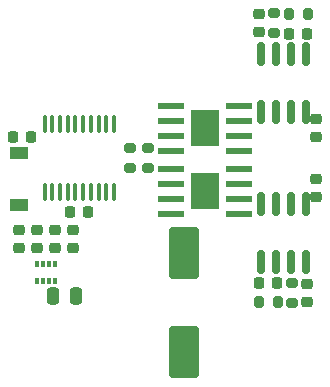
<source format=gbr>
%TF.GenerationSoftware,KiCad,Pcbnew,7.0.8*%
%TF.CreationDate,2024-06-01T15:01:03+09:00*%
%TF.ProjectId,BDCM_Driver_v1,4244434d-5f44-4726-9976-65725f76312e,rev?*%
%TF.SameCoordinates,PXaac6430PY8670810*%
%TF.FileFunction,Paste,Top*%
%TF.FilePolarity,Positive*%
%FSLAX46Y46*%
G04 Gerber Fmt 4.6, Leading zero omitted, Abs format (unit mm)*
G04 Created by KiCad (PCBNEW 7.0.8) date 2024-06-01 15:01:03*
%MOMM*%
%LPD*%
G01*
G04 APERTURE LIST*
G04 Aperture macros list*
%AMRoundRect*
0 Rectangle with rounded corners*
0 $1 Rounding radius*
0 $2 $3 $4 $5 $6 $7 $8 $9 X,Y pos of 4 corners*
0 Add a 4 corners polygon primitive as box body*
4,1,4,$2,$3,$4,$5,$6,$7,$8,$9,$2,$3,0*
0 Add four circle primitives for the rounded corners*
1,1,$1+$1,$2,$3*
1,1,$1+$1,$4,$5*
1,1,$1+$1,$6,$7*
1,1,$1+$1,$8,$9*
0 Add four rect primitives between the rounded corners*
20,1,$1+$1,$2,$3,$4,$5,0*
20,1,$1+$1,$4,$5,$6,$7,0*
20,1,$1+$1,$6,$7,$8,$9,0*
20,1,$1+$1,$8,$9,$2,$3,0*%
G04 Aperture macros list end*
%ADD10R,2.400000X3.100000*%
%ADD11R,2.200000X0.500000*%
%ADD12RoundRect,0.200000X0.275000X-0.200000X0.275000X0.200000X-0.275000X0.200000X-0.275000X-0.200000X0*%
%ADD13RoundRect,0.225000X-0.250000X0.225000X-0.250000X-0.225000X0.250000X-0.225000X0.250000X0.225000X0*%
%ADD14RoundRect,0.200000X0.200000X0.275000X-0.200000X0.275000X-0.200000X-0.275000X0.200000X-0.275000X0*%
%ADD15RoundRect,0.200000X-0.275000X0.200000X-0.275000X-0.200000X0.275000X-0.200000X0.275000X0.200000X0*%
%ADD16RoundRect,0.100000X0.100000X-0.637500X0.100000X0.637500X-0.100000X0.637500X-0.100000X-0.637500X0*%
%ADD17RoundRect,0.218750X0.256250X-0.218750X0.256250X0.218750X-0.256250X0.218750X-0.256250X-0.218750X0*%
%ADD18RoundRect,0.250000X-0.250000X-0.475000X0.250000X-0.475000X0.250000X0.475000X-0.250000X0.475000X0*%
%ADD19RoundRect,0.150000X-0.150000X0.825000X-0.150000X-0.825000X0.150000X-0.825000X0.150000X0.825000X0*%
%ADD20RoundRect,0.150000X0.150000X-0.825000X0.150000X0.825000X-0.150000X0.825000X-0.150000X-0.825000X0*%
%ADD21RoundRect,0.250000X1.000000X-1.950000X1.000000X1.950000X-1.000000X1.950000X-1.000000X-1.950000X0*%
%ADD22RoundRect,0.225000X0.250000X-0.225000X0.250000X0.225000X-0.250000X0.225000X-0.250000X-0.225000X0*%
%ADD23R,1.600000X1.050000*%
%ADD24RoundRect,0.225000X-0.225000X-0.250000X0.225000X-0.250000X0.225000X0.250000X-0.225000X0.250000X0*%
%ADD25R,0.304800X0.584200*%
%ADD26RoundRect,0.200000X-0.200000X-0.275000X0.200000X-0.275000X0.200000X0.275000X-0.200000X0.275000X0*%
%ADD27RoundRect,0.225000X0.225000X0.250000X-0.225000X0.250000X-0.225000X-0.250000X0.225000X-0.250000X0*%
G04 APERTURE END LIST*
D10*
%TO.C,U2*%
X-11938000Y21336000D03*
D11*
X-14813000Y23241000D03*
X-14813000Y21971000D03*
X-14813000Y20701000D03*
X-14813000Y19431000D03*
X-9063000Y19431000D03*
X-9063000Y20701000D03*
X-9063000Y21971000D03*
X-9063000Y23241000D03*
%TD*%
D10*
%TO.C,U5*%
X-11938000Y15997000D03*
D11*
X-14813000Y17902000D03*
X-14813000Y16632000D03*
X-14813000Y15362000D03*
X-14813000Y14092000D03*
X-9063000Y14092000D03*
X-9063000Y15362000D03*
X-9063000Y16632000D03*
X-9063000Y17902000D03*
%TD*%
D12*
%TO.C,R5*%
X-18288000Y17971000D03*
X-18288000Y19621000D03*
%TD*%
D13*
%TO.C,C6*%
X-2540000Y22111000D03*
X-2540000Y20561000D03*
%TD*%
D14*
%TO.C,R4*%
X-5779000Y6604000D03*
X-7429000Y6604000D03*
%TD*%
D15*
%TO.C,TH1*%
X-16764000Y19621000D03*
X-16764000Y17971000D03*
%TD*%
D16*
%TO.C,U1*%
X-25531000Y15933500D03*
X-24881000Y15933500D03*
X-24231000Y15933500D03*
X-23581000Y15933500D03*
X-22931000Y15933500D03*
X-22281000Y15933500D03*
X-21631000Y15933500D03*
X-20981000Y15933500D03*
X-20331000Y15933500D03*
X-19681000Y15933500D03*
X-19681000Y21658500D03*
X-20331000Y21658500D03*
X-20981000Y21658500D03*
X-21631000Y21658500D03*
X-22281000Y21658500D03*
X-22931000Y21658500D03*
X-23581000Y21658500D03*
X-24231000Y21658500D03*
X-24881000Y21658500D03*
X-25531000Y21658500D03*
%TD*%
D17*
%TO.C,D5*%
X-27686000Y11150500D03*
X-27686000Y12725500D03*
%TD*%
%TO.C,D2*%
X-23114000Y11150500D03*
X-23114000Y12725500D03*
%TD*%
D18*
%TO.C,C12*%
X-24826000Y7112000D03*
X-22926000Y7112000D03*
%TD*%
D19*
%TO.C,U6*%
X-3429000Y14921000D03*
X-4699000Y14921000D03*
X-5969000Y14921000D03*
X-7239000Y14921000D03*
X-7239000Y9971000D03*
X-5969000Y9971000D03*
X-4699000Y9971000D03*
X-3429000Y9971000D03*
%TD*%
D17*
%TO.C,D1*%
X-24638000Y11150500D03*
X-24638000Y12725500D03*
%TD*%
D20*
%TO.C,U3*%
X-7239000Y22671000D03*
X-5969000Y22671000D03*
X-4699000Y22671000D03*
X-3429000Y22671000D03*
X-3429000Y27621000D03*
X-4699000Y27621000D03*
X-5969000Y27621000D03*
X-7239000Y27621000D03*
%TD*%
D21*
%TO.C,C5*%
X-13716000Y2404000D03*
X-13716000Y10804000D03*
%TD*%
D22*
%TO.C,C2*%
X-7366000Y29451000D03*
X-7366000Y31001000D03*
%TD*%
D23*
%TO.C,SW1*%
X-27686000Y19243000D03*
X-27686000Y14793000D03*
%TD*%
D24*
%TO.C,C10*%
X-28207000Y20574000D03*
X-26657000Y20574000D03*
%TD*%
%TO.C,C3*%
X-4839000Y29337000D03*
X-3289000Y29337000D03*
%TD*%
D17*
%TO.C,D4*%
X-26162000Y11150500D03*
X-26162000Y12725500D03*
%TD*%
D24*
%TO.C,C1*%
X-23381000Y14224000D03*
X-21831000Y14224000D03*
%TD*%
D13*
%TO.C,C8*%
X-3302000Y8141000D03*
X-3302000Y6591000D03*
%TD*%
D25*
%TO.C,RN3*%
X-26162000Y8432800D03*
X-26162000Y9855200D03*
X-25654000Y8432800D03*
X-25654000Y9855200D03*
X-25146000Y8432800D03*
X-25146000Y9855200D03*
X-24638000Y8432800D03*
X-24638000Y9855200D03*
%TD*%
D15*
%TO.C,R3*%
X-4572000Y8191000D03*
X-4572000Y6541000D03*
%TD*%
D26*
%TO.C,R2*%
X-4889000Y30988000D03*
X-3239000Y30988000D03*
%TD*%
D13*
%TO.C,C11*%
X-2540000Y17031000D03*
X-2540000Y15481000D03*
%TD*%
D12*
%TO.C,R1*%
X-6096000Y29401000D03*
X-6096000Y31051000D03*
%TD*%
D27*
%TO.C,C9*%
X-5829000Y8255000D03*
X-7379000Y8255000D03*
%TD*%
M02*

</source>
